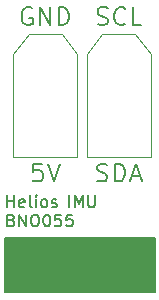
<source format=gbr>
%TF.GenerationSoftware,KiCad,Pcbnew,(7.0.0)*%
%TF.CreationDate,2024-02-03T20:30:22+01:00*%
%TF.ProjectId,Helios_IMU_F,48656c69-6f73-45f4-994d-555f462e6b69,rev?*%
%TF.SameCoordinates,PX9058260PY5c4edc0*%
%TF.FileFunction,Legend,Top*%
%TF.FilePolarity,Positive*%
%FSLAX46Y46*%
G04 Gerber Fmt 4.6, Leading zero omitted, Abs format (unit mm)*
G04 Created by KiCad (PCBNEW (7.0.0)) date 2024-02-03 20:30:22*
%MOMM*%
%LPD*%
G01*
G04 APERTURE LIST*
%ADD10C,0.150000*%
%ADD11C,0.120000*%
G04 APERTURE END LIST*
D10*
X-6576000Y-11920000D02*
X6124000Y-11920000D01*
X6124000Y-11920000D02*
X6124000Y-16492000D01*
X6124000Y-16492000D02*
X-6576000Y-16492000D01*
X-6576000Y-16492000D02*
X-6576000Y-11920000D01*
X-6337905Y-9320380D02*
X-6337905Y-8320380D01*
X-6337905Y-8796571D02*
X-5766477Y-8796571D01*
X-5766477Y-9320380D02*
X-5766477Y-8320380D01*
X-4909334Y-9272761D02*
X-5004572Y-9320380D01*
X-5004572Y-9320380D02*
X-5195048Y-9320380D01*
X-5195048Y-9320380D02*
X-5290286Y-9272761D01*
X-5290286Y-9272761D02*
X-5337905Y-9177523D01*
X-5337905Y-9177523D02*
X-5337905Y-8796571D01*
X-5337905Y-8796571D02*
X-5290286Y-8701333D01*
X-5290286Y-8701333D02*
X-5195048Y-8653714D01*
X-5195048Y-8653714D02*
X-5004572Y-8653714D01*
X-5004572Y-8653714D02*
X-4909334Y-8701333D01*
X-4909334Y-8701333D02*
X-4861715Y-8796571D01*
X-4861715Y-8796571D02*
X-4861715Y-8891809D01*
X-4861715Y-8891809D02*
X-5337905Y-8987047D01*
X-4290286Y-9320380D02*
X-4385524Y-9272761D01*
X-4385524Y-9272761D02*
X-4433143Y-9177523D01*
X-4433143Y-9177523D02*
X-4433143Y-8320380D01*
X-3909333Y-9320380D02*
X-3909333Y-8653714D01*
X-3909333Y-8320380D02*
X-3956952Y-8368000D01*
X-3956952Y-8368000D02*
X-3909333Y-8415619D01*
X-3909333Y-8415619D02*
X-3861714Y-8368000D01*
X-3861714Y-8368000D02*
X-3909333Y-8320380D01*
X-3909333Y-8320380D02*
X-3909333Y-8415619D01*
X-3290286Y-9320380D02*
X-3385524Y-9272761D01*
X-3385524Y-9272761D02*
X-3433143Y-9225142D01*
X-3433143Y-9225142D02*
X-3480762Y-9129904D01*
X-3480762Y-9129904D02*
X-3480762Y-8844190D01*
X-3480762Y-8844190D02*
X-3433143Y-8748952D01*
X-3433143Y-8748952D02*
X-3385524Y-8701333D01*
X-3385524Y-8701333D02*
X-3290286Y-8653714D01*
X-3290286Y-8653714D02*
X-3147429Y-8653714D01*
X-3147429Y-8653714D02*
X-3052191Y-8701333D01*
X-3052191Y-8701333D02*
X-3004572Y-8748952D01*
X-3004572Y-8748952D02*
X-2956953Y-8844190D01*
X-2956953Y-8844190D02*
X-2956953Y-9129904D01*
X-2956953Y-9129904D02*
X-3004572Y-9225142D01*
X-3004572Y-9225142D02*
X-3052191Y-9272761D01*
X-3052191Y-9272761D02*
X-3147429Y-9320380D01*
X-3147429Y-9320380D02*
X-3290286Y-9320380D01*
X-2576000Y-9272761D02*
X-2480762Y-9320380D01*
X-2480762Y-9320380D02*
X-2290286Y-9320380D01*
X-2290286Y-9320380D02*
X-2195048Y-9272761D01*
X-2195048Y-9272761D02*
X-2147429Y-9177523D01*
X-2147429Y-9177523D02*
X-2147429Y-9129904D01*
X-2147429Y-9129904D02*
X-2195048Y-9034666D01*
X-2195048Y-9034666D02*
X-2290286Y-8987047D01*
X-2290286Y-8987047D02*
X-2433143Y-8987047D01*
X-2433143Y-8987047D02*
X-2528381Y-8939428D01*
X-2528381Y-8939428D02*
X-2576000Y-8844190D01*
X-2576000Y-8844190D02*
X-2576000Y-8796571D01*
X-2576000Y-8796571D02*
X-2528381Y-8701333D01*
X-2528381Y-8701333D02*
X-2433143Y-8653714D01*
X-2433143Y-8653714D02*
X-2290286Y-8653714D01*
X-2290286Y-8653714D02*
X-2195048Y-8701333D01*
X-1118857Y-9320380D02*
X-1118857Y-8320380D01*
X-642667Y-9320380D02*
X-642667Y-8320380D01*
X-642667Y-8320380D02*
X-309334Y-9034666D01*
X-309334Y-9034666D02*
X23999Y-8320380D01*
X23999Y-8320380D02*
X23999Y-9320380D01*
X500190Y-8320380D02*
X500190Y-9129904D01*
X500190Y-9129904D02*
X547809Y-9225142D01*
X547809Y-9225142D02*
X595428Y-9272761D01*
X595428Y-9272761D02*
X690666Y-9320380D01*
X690666Y-9320380D02*
X881142Y-9320380D01*
X881142Y-9320380D02*
X976380Y-9272761D01*
X976380Y-9272761D02*
X1023999Y-9225142D01*
X1023999Y-9225142D02*
X1071618Y-9129904D01*
X1071618Y-9129904D02*
X1071618Y-8320380D01*
X-6004572Y-10416571D02*
X-5861715Y-10464190D01*
X-5861715Y-10464190D02*
X-5814096Y-10511809D01*
X-5814096Y-10511809D02*
X-5766477Y-10607047D01*
X-5766477Y-10607047D02*
X-5766477Y-10749904D01*
X-5766477Y-10749904D02*
X-5814096Y-10845142D01*
X-5814096Y-10845142D02*
X-5861715Y-10892761D01*
X-5861715Y-10892761D02*
X-5956953Y-10940380D01*
X-5956953Y-10940380D02*
X-6337905Y-10940380D01*
X-6337905Y-10940380D02*
X-6337905Y-9940380D01*
X-6337905Y-9940380D02*
X-6004572Y-9940380D01*
X-6004572Y-9940380D02*
X-5909334Y-9988000D01*
X-5909334Y-9988000D02*
X-5861715Y-10035619D01*
X-5861715Y-10035619D02*
X-5814096Y-10130857D01*
X-5814096Y-10130857D02*
X-5814096Y-10226095D01*
X-5814096Y-10226095D02*
X-5861715Y-10321333D01*
X-5861715Y-10321333D02*
X-5909334Y-10368952D01*
X-5909334Y-10368952D02*
X-6004572Y-10416571D01*
X-6004572Y-10416571D02*
X-6337905Y-10416571D01*
X-5337905Y-10940380D02*
X-5337905Y-9940380D01*
X-5337905Y-9940380D02*
X-4766477Y-10940380D01*
X-4766477Y-10940380D02*
X-4766477Y-9940380D01*
X-4099810Y-9940380D02*
X-3909334Y-9940380D01*
X-3909334Y-9940380D02*
X-3814096Y-9988000D01*
X-3814096Y-9988000D02*
X-3718858Y-10083238D01*
X-3718858Y-10083238D02*
X-3671239Y-10273714D01*
X-3671239Y-10273714D02*
X-3671239Y-10607047D01*
X-3671239Y-10607047D02*
X-3718858Y-10797523D01*
X-3718858Y-10797523D02*
X-3814096Y-10892761D01*
X-3814096Y-10892761D02*
X-3909334Y-10940380D01*
X-3909334Y-10940380D02*
X-4099810Y-10940380D01*
X-4099810Y-10940380D02*
X-4195048Y-10892761D01*
X-4195048Y-10892761D02*
X-4290286Y-10797523D01*
X-4290286Y-10797523D02*
X-4337905Y-10607047D01*
X-4337905Y-10607047D02*
X-4337905Y-10273714D01*
X-4337905Y-10273714D02*
X-4290286Y-10083238D01*
X-4290286Y-10083238D02*
X-4195048Y-9988000D01*
X-4195048Y-9988000D02*
X-4099810Y-9940380D01*
X-3052191Y-9940380D02*
X-2956953Y-9940380D01*
X-2956953Y-9940380D02*
X-2861715Y-9988000D01*
X-2861715Y-9988000D02*
X-2814096Y-10035619D01*
X-2814096Y-10035619D02*
X-2766477Y-10130857D01*
X-2766477Y-10130857D02*
X-2718858Y-10321333D01*
X-2718858Y-10321333D02*
X-2718858Y-10559428D01*
X-2718858Y-10559428D02*
X-2766477Y-10749904D01*
X-2766477Y-10749904D02*
X-2814096Y-10845142D01*
X-2814096Y-10845142D02*
X-2861715Y-10892761D01*
X-2861715Y-10892761D02*
X-2956953Y-10940380D01*
X-2956953Y-10940380D02*
X-3052191Y-10940380D01*
X-3052191Y-10940380D02*
X-3147429Y-10892761D01*
X-3147429Y-10892761D02*
X-3195048Y-10845142D01*
X-3195048Y-10845142D02*
X-3242667Y-10749904D01*
X-3242667Y-10749904D02*
X-3290286Y-10559428D01*
X-3290286Y-10559428D02*
X-3290286Y-10321333D01*
X-3290286Y-10321333D02*
X-3242667Y-10130857D01*
X-3242667Y-10130857D02*
X-3195048Y-10035619D01*
X-3195048Y-10035619D02*
X-3147429Y-9988000D01*
X-3147429Y-9988000D02*
X-3052191Y-9940380D01*
X-1814096Y-9940380D02*
X-2290286Y-9940380D01*
X-2290286Y-9940380D02*
X-2337905Y-10416571D01*
X-2337905Y-10416571D02*
X-2290286Y-10368952D01*
X-2290286Y-10368952D02*
X-2195048Y-10321333D01*
X-2195048Y-10321333D02*
X-1956953Y-10321333D01*
X-1956953Y-10321333D02*
X-1861715Y-10368952D01*
X-1861715Y-10368952D02*
X-1814096Y-10416571D01*
X-1814096Y-10416571D02*
X-1766477Y-10511809D01*
X-1766477Y-10511809D02*
X-1766477Y-10749904D01*
X-1766477Y-10749904D02*
X-1814096Y-10845142D01*
X-1814096Y-10845142D02*
X-1861715Y-10892761D01*
X-1861715Y-10892761D02*
X-1956953Y-10940380D01*
X-1956953Y-10940380D02*
X-2195048Y-10940380D01*
X-2195048Y-10940380D02*
X-2290286Y-10892761D01*
X-2290286Y-10892761D02*
X-2337905Y-10845142D01*
X-861715Y-9940380D02*
X-1337905Y-9940380D01*
X-1337905Y-9940380D02*
X-1385524Y-10416571D01*
X-1385524Y-10416571D02*
X-1337905Y-10368952D01*
X-1337905Y-10368952D02*
X-1242667Y-10321333D01*
X-1242667Y-10321333D02*
X-1004572Y-10321333D01*
X-1004572Y-10321333D02*
X-909334Y-10368952D01*
X-909334Y-10368952D02*
X-861715Y-10416571D01*
X-861715Y-10416571D02*
X-814096Y-10511809D01*
X-814096Y-10511809D02*
X-814096Y-10749904D01*
X-814096Y-10749904D02*
X-861715Y-10845142D01*
X-861715Y-10845142D02*
X-909334Y-10892761D01*
X-909334Y-10892761D02*
X-1004572Y-10940380D01*
X-1004572Y-10940380D02*
X-1242667Y-10940380D01*
X-1242667Y-10940380D02*
X-1337905Y-10892761D01*
X-1337905Y-10892761D02*
X-1385524Y-10845142D01*
%TO.C,J1*%
X-4289857Y7522500D02*
X-4432714Y7593929D01*
X-4432714Y7593929D02*
X-4647000Y7593929D01*
X-4647000Y7593929D02*
X-4861286Y7522500D01*
X-4861286Y7522500D02*
X-5004143Y7379643D01*
X-5004143Y7379643D02*
X-5075572Y7236786D01*
X-5075572Y7236786D02*
X-5147000Y6951072D01*
X-5147000Y6951072D02*
X-5147000Y6736786D01*
X-5147000Y6736786D02*
X-5075572Y6451072D01*
X-5075572Y6451072D02*
X-5004143Y6308215D01*
X-5004143Y6308215D02*
X-4861286Y6165358D01*
X-4861286Y6165358D02*
X-4647000Y6093929D01*
X-4647000Y6093929D02*
X-4504143Y6093929D01*
X-4504143Y6093929D02*
X-4289857Y6165358D01*
X-4289857Y6165358D02*
X-4218429Y6236786D01*
X-4218429Y6236786D02*
X-4218429Y6736786D01*
X-4218429Y6736786D02*
X-4504143Y6736786D01*
X-3575572Y6093929D02*
X-3575572Y7593929D01*
X-3575572Y7593929D02*
X-2718429Y6093929D01*
X-2718429Y6093929D02*
X-2718429Y7593929D01*
X-2004143Y6093929D02*
X-2004143Y7593929D01*
X-2004143Y7593929D02*
X-1647000Y7593929D01*
X-1647000Y7593929D02*
X-1432714Y7522500D01*
X-1432714Y7522500D02*
X-1289857Y7379643D01*
X-1289857Y7379643D02*
X-1218428Y7236786D01*
X-1218428Y7236786D02*
X-1147000Y6951072D01*
X-1147000Y6951072D02*
X-1147000Y6736786D01*
X-1147000Y6736786D02*
X-1218428Y6451072D01*
X-1218428Y6451072D02*
X-1289857Y6308215D01*
X-1289857Y6308215D02*
X-1432714Y6165358D01*
X-1432714Y6165358D02*
X-1647000Y6093929D01*
X-1647000Y6093929D02*
X-2004143Y6093929D01*
X-3432714Y-5637071D02*
X-4147000Y-5637071D01*
X-4147000Y-5637071D02*
X-4218428Y-6351357D01*
X-4218428Y-6351357D02*
X-4147000Y-6279928D01*
X-4147000Y-6279928D02*
X-4004142Y-6208500D01*
X-4004142Y-6208500D02*
X-3647000Y-6208500D01*
X-3647000Y-6208500D02*
X-3504142Y-6279928D01*
X-3504142Y-6279928D02*
X-3432714Y-6351357D01*
X-3432714Y-6351357D02*
X-3361285Y-6494214D01*
X-3361285Y-6494214D02*
X-3361285Y-6851357D01*
X-3361285Y-6851357D02*
X-3432714Y-6994214D01*
X-3432714Y-6994214D02*
X-3504142Y-7065642D01*
X-3504142Y-7065642D02*
X-3647000Y-7137071D01*
X-3647000Y-7137071D02*
X-4004142Y-7137071D01*
X-4004142Y-7137071D02*
X-4147000Y-7065642D01*
X-4147000Y-7065642D02*
X-4218428Y-6994214D01*
X-2932714Y-5637071D02*
X-2432714Y-7137071D01*
X-2432714Y-7137071D02*
X-1932714Y-5637071D01*
%TO.C,J2*%
X1254572Y-7065642D02*
X1468858Y-7137071D01*
X1468858Y-7137071D02*
X1826000Y-7137071D01*
X1826000Y-7137071D02*
X1968858Y-7065642D01*
X1968858Y-7065642D02*
X2040286Y-6994214D01*
X2040286Y-6994214D02*
X2111715Y-6851357D01*
X2111715Y-6851357D02*
X2111715Y-6708500D01*
X2111715Y-6708500D02*
X2040286Y-6565642D01*
X2040286Y-6565642D02*
X1968858Y-6494214D01*
X1968858Y-6494214D02*
X1826000Y-6422785D01*
X1826000Y-6422785D02*
X1540286Y-6351357D01*
X1540286Y-6351357D02*
X1397429Y-6279928D01*
X1397429Y-6279928D02*
X1326000Y-6208500D01*
X1326000Y-6208500D02*
X1254572Y-6065642D01*
X1254572Y-6065642D02*
X1254572Y-5922785D01*
X1254572Y-5922785D02*
X1326000Y-5779928D01*
X1326000Y-5779928D02*
X1397429Y-5708500D01*
X1397429Y-5708500D02*
X1540286Y-5637071D01*
X1540286Y-5637071D02*
X1897429Y-5637071D01*
X1897429Y-5637071D02*
X2111715Y-5708500D01*
X2754571Y-7137071D02*
X2754571Y-5637071D01*
X2754571Y-5637071D02*
X3111714Y-5637071D01*
X3111714Y-5637071D02*
X3326000Y-5708500D01*
X3326000Y-5708500D02*
X3468857Y-5851357D01*
X3468857Y-5851357D02*
X3540286Y-5994214D01*
X3540286Y-5994214D02*
X3611714Y-6279928D01*
X3611714Y-6279928D02*
X3611714Y-6494214D01*
X3611714Y-6494214D02*
X3540286Y-6779928D01*
X3540286Y-6779928D02*
X3468857Y-6922785D01*
X3468857Y-6922785D02*
X3326000Y-7065642D01*
X3326000Y-7065642D02*
X3111714Y-7137071D01*
X3111714Y-7137071D02*
X2754571Y-7137071D01*
X4183143Y-6708500D02*
X4897429Y-6708500D01*
X4040286Y-7137071D02*
X4540286Y-5637071D01*
X4540286Y-5637071D02*
X5040286Y-7137071D01*
X1290286Y6165358D02*
X1504572Y6093929D01*
X1504572Y6093929D02*
X1861714Y6093929D01*
X1861714Y6093929D02*
X2004572Y6165358D01*
X2004572Y6165358D02*
X2076000Y6236786D01*
X2076000Y6236786D02*
X2147429Y6379643D01*
X2147429Y6379643D02*
X2147429Y6522500D01*
X2147429Y6522500D02*
X2076000Y6665358D01*
X2076000Y6665358D02*
X2004572Y6736786D01*
X2004572Y6736786D02*
X1861714Y6808215D01*
X1861714Y6808215D02*
X1576000Y6879643D01*
X1576000Y6879643D02*
X1433143Y6951072D01*
X1433143Y6951072D02*
X1361714Y7022500D01*
X1361714Y7022500D02*
X1290286Y7165358D01*
X1290286Y7165358D02*
X1290286Y7308215D01*
X1290286Y7308215D02*
X1361714Y7451072D01*
X1361714Y7451072D02*
X1433143Y7522500D01*
X1433143Y7522500D02*
X1576000Y7593929D01*
X1576000Y7593929D02*
X1933143Y7593929D01*
X1933143Y7593929D02*
X2147429Y7522500D01*
X3647428Y6236786D02*
X3576000Y6165358D01*
X3576000Y6165358D02*
X3361714Y6093929D01*
X3361714Y6093929D02*
X3218857Y6093929D01*
X3218857Y6093929D02*
X3004571Y6165358D01*
X3004571Y6165358D02*
X2861714Y6308215D01*
X2861714Y6308215D02*
X2790285Y6451072D01*
X2790285Y6451072D02*
X2718857Y6736786D01*
X2718857Y6736786D02*
X2718857Y6951072D01*
X2718857Y6951072D02*
X2790285Y7236786D01*
X2790285Y7236786D02*
X2861714Y7379643D01*
X2861714Y7379643D02*
X3004571Y7522500D01*
X3004571Y7522500D02*
X3218857Y7593929D01*
X3218857Y7593929D02*
X3361714Y7593929D01*
X3361714Y7593929D02*
X3576000Y7522500D01*
X3576000Y7522500D02*
X3647428Y7451072D01*
X5004571Y6093929D02*
X4290285Y6093929D01*
X4290285Y6093929D02*
X4290285Y7593929D01*
D11*
%TO.C,J1*%
X-1737000Y5355000D02*
X-4557000Y5355000D01*
X-1737000Y5355000D02*
X-437000Y3655000D01*
X-4557000Y5355000D02*
X-5857000Y3655000D01*
X-437000Y3655000D02*
X-437000Y-5065000D01*
X-5857000Y3655000D02*
X-5857000Y-5065000D01*
X-437000Y-5065000D02*
X-5857000Y-5065000D01*
%TO.C,J2*%
X4486000Y5355000D02*
X1666000Y5355000D01*
X4486000Y5355000D02*
X5786000Y3655000D01*
X1666000Y5355000D02*
X366000Y3655000D01*
X5786000Y3655000D02*
X5786000Y-5065000D01*
X366000Y3655000D02*
X366000Y-5065000D01*
X5786000Y-5065000D02*
X366000Y-5065000D01*
%TD*%
G36*
X6062000Y-11936613D02*
G01*
X6107387Y-11982000D01*
X6124000Y-12044000D01*
X6124000Y-16368000D01*
X6107387Y-16430000D01*
X6062000Y-16475387D01*
X6000000Y-16492000D01*
X-6452000Y-16492000D01*
X-6514000Y-16475387D01*
X-6559387Y-16430000D01*
X-6576000Y-16368000D01*
X-6576000Y-12044000D01*
X-6559387Y-11982000D01*
X-6514000Y-11936613D01*
X-6452000Y-11920000D01*
X6000000Y-11920000D01*
X6062000Y-11936613D01*
G37*
M02*

</source>
